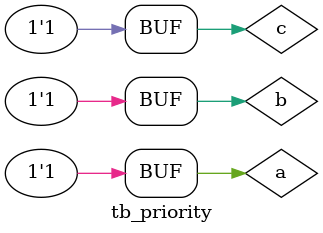
<source format=v>
`timescale 1ns/100ps
module tb_priority();//test

reg a,b,c;//register a,b,c
wire [1:0] z;//2bit z output

priority_Encoder test(a,b,c,z);//priority encoder test
initial//reset
begin//start
	a=0; b=0; c=0; 
#10	a=1; b=0; c=0;//10ns delay a=1, b=0, c=0
#10	a=0; b=1; c=0;//10ns delay a=0, b=1, c=0
#10	a=1; b=1; c=0;//10ns delay a=1, b=1, c=0
#10	a=0; b=0; c=1;//10ns delay a=0, b=0, c=1
#10	a=1; b=0; c=1;//10ns delay a=1, b=0, c=1
#10	a=0; b=1; c=1;//10ns delay a=0, b=1, c=1
#10	a=1; b=1; c=1;//10ns delay a=1, b=1, c=1



end

endmodule
</source>
